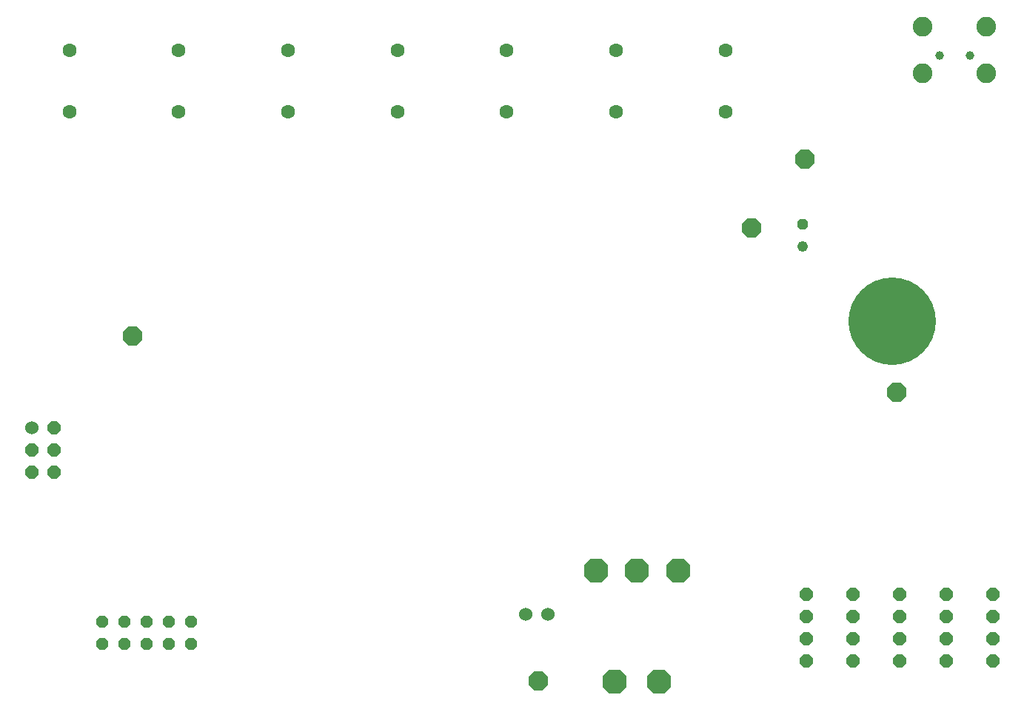
<source format=gbr>
G04 EAGLE Gerber RS-274X export*
G75*
%MOMM*%
%FSLAX34Y34*%
%LPD*%
%INSoldermask Bottom*%
%IPPOS*%
%AMOC8*
5,1,8,0,0,1.08239X$1,22.5*%
G01*
%ADD10C,10.000000*%
%ADD11P,1.649562X8X112.500000*%
%ADD12C,2.250000*%
%ADD13C,1.000000*%
%ADD14P,2.336880X8X22.500000*%
%ADD15P,1.484606X8X202.500000*%
%ADD16C,1.600000*%
%ADD17C,1.524000*%
%ADD18P,1.649562X8X292.500000*%
%ADD19P,2.336880X8X202.500000*%
%ADD20P,1.319650X8X112.500000*%
%ADD21C,1.219200*%
%ADD22P,3.010451X8X112.500000*%


D10*
X1058000Y451000D03*
D11*
X1066600Y87630D03*
X1066600Y138430D03*
X1066600Y62230D03*
X1066600Y113030D03*
X1013300Y87630D03*
X1013300Y138430D03*
X1013300Y62230D03*
X1013300Y113030D03*
X960000Y87630D03*
X960000Y138430D03*
X960000Y62230D03*
X960000Y113030D03*
D12*
X1166300Y787480D03*
X1093300Y787480D03*
X1093300Y734480D03*
X1166300Y734480D03*
D13*
X1147300Y754480D03*
X1112300Y754480D03*
D11*
X1173200Y87630D03*
X1173200Y138430D03*
X1173200Y62230D03*
X1173200Y113030D03*
X1119900Y87630D03*
X1119900Y138430D03*
X1119900Y62230D03*
X1119900Y113030D03*
D14*
X1063720Y369080D03*
X189680Y434080D03*
D15*
X256930Y106700D03*
X256930Y81300D03*
X231530Y106700D03*
X231530Y81300D03*
X206130Y106700D03*
X206130Y81300D03*
X180730Y106700D03*
X180730Y81300D03*
X155330Y106700D03*
X155330Y81300D03*
D14*
X897260Y556920D03*
X958400Y636080D03*
D16*
X617536Y760484D03*
X617536Y690484D03*
X492536Y760484D03*
X492536Y690484D03*
X367536Y760484D03*
X367536Y690484D03*
X242536Y760484D03*
X242536Y690484D03*
X117536Y760484D03*
X117536Y690484D03*
D17*
X74300Y328400D03*
D18*
X74300Y303000D03*
X74300Y277600D03*
X99700Y328400D03*
X99700Y303000D03*
X99700Y277600D03*
D16*
X867536Y760484D03*
X867536Y690484D03*
D19*
X654000Y38936D03*
D17*
X639600Y115480D03*
X665000Y115480D03*
D16*
X742536Y760484D03*
X742536Y690484D03*
D20*
X956056Y561340D03*
D21*
X956056Y535940D03*
D22*
X766600Y165024D03*
X719610Y165024D03*
X813590Y165024D03*
X741200Y38024D03*
X792000Y38024D03*
M02*

</source>
